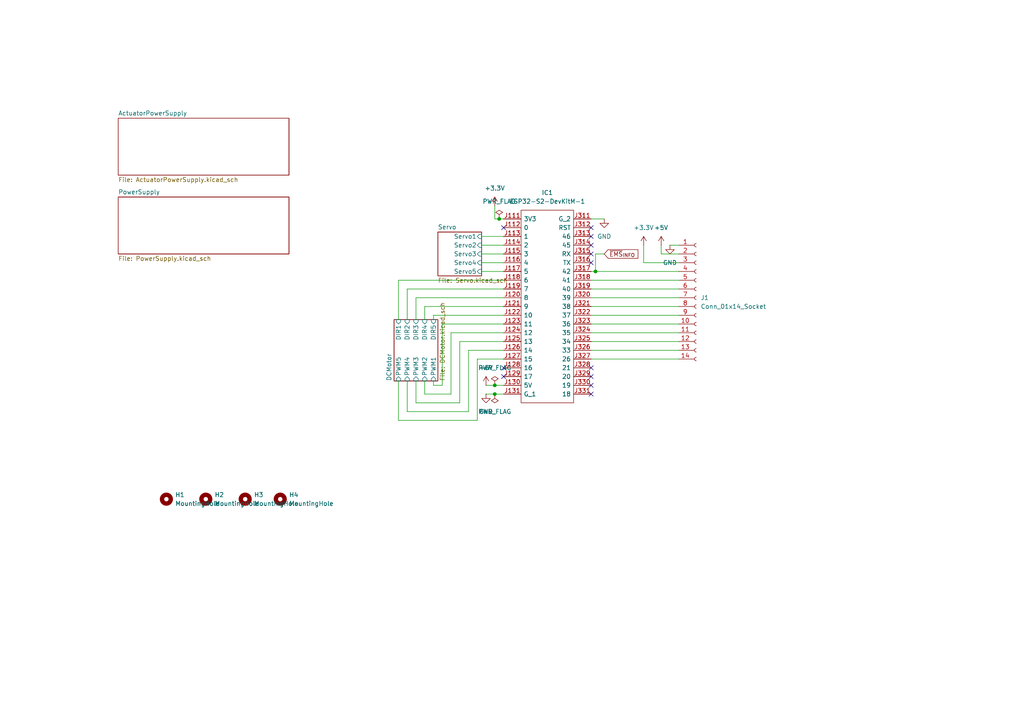
<source format=kicad_sch>
(kicad_sch
	(version 20231120)
	(generator "eeschema")
	(generator_version "8.0")
	(uuid "7933aef9-9608-4ce1-b0d8-a4ffd3b998e4")
	(paper "A4")
	(lib_symbols
		(symbol "Connector:Conn_01x14_Socket"
			(pin_names
				(offset 1.016) hide)
			(exclude_from_sim no)
			(in_bom yes)
			(on_board yes)
			(property "Reference" "J"
				(at 0 17.78 0)
				(effects
					(font
						(size 1.27 1.27)
					)
				)
			)
			(property "Value" "Conn_01x14_Socket"
				(at 0 -20.32 0)
				(effects
					(font
						(size 1.27 1.27)
					)
				)
			)
			(property "Footprint" ""
				(at 0 0 0)
				(effects
					(font
						(size 1.27 1.27)
					)
					(hide yes)
				)
			)
			(property "Datasheet" "~"
				(at 0 0 0)
				(effects
					(font
						(size 1.27 1.27)
					)
					(hide yes)
				)
			)
			(property "Description" "Generic connector, single row, 01x14, script generated"
				(at 0 0 0)
				(effects
					(font
						(size 1.27 1.27)
					)
					(hide yes)
				)
			)
			(property "ki_locked" ""
				(at 0 0 0)
				(effects
					(font
						(size 1.27 1.27)
					)
				)
			)
			(property "ki_keywords" "connector"
				(at 0 0 0)
				(effects
					(font
						(size 1.27 1.27)
					)
					(hide yes)
				)
			)
			(property "ki_fp_filters" "Connector*:*_1x??_*"
				(at 0 0 0)
				(effects
					(font
						(size 1.27 1.27)
					)
					(hide yes)
				)
			)
			(symbol "Conn_01x14_Socket_1_1"
				(arc
					(start 0 -17.272)
					(mid -0.5058 -17.78)
					(end 0 -18.288)
					(stroke
						(width 0.1524)
						(type default)
					)
					(fill
						(type none)
					)
				)
				(arc
					(start 0 -14.732)
					(mid -0.5058 -15.24)
					(end 0 -15.748)
					(stroke
						(width 0.1524)
						(type default)
					)
					(fill
						(type none)
					)
				)
				(arc
					(start 0 -12.192)
					(mid -0.5058 -12.7)
					(end 0 -13.208)
					(stroke
						(width 0.1524)
						(type default)
					)
					(fill
						(type none)
					)
				)
				(arc
					(start 0 -9.652)
					(mid -0.5058 -10.16)
					(end 0 -10.668)
					(stroke
						(width 0.1524)
						(type default)
					)
					(fill
						(type none)
					)
				)
				(arc
					(start 0 -7.112)
					(mid -0.5058 -7.62)
					(end 0 -8.128)
					(stroke
						(width 0.1524)
						(type default)
					)
					(fill
						(type none)
					)
				)
				(arc
					(start 0 -4.572)
					(mid -0.5058 -5.08)
					(end 0 -5.588)
					(stroke
						(width 0.1524)
						(type default)
					)
					(fill
						(type none)
					)
				)
				(arc
					(start 0 -2.032)
					(mid -0.5058 -2.54)
					(end 0 -3.048)
					(stroke
						(width 0.1524)
						(type default)
					)
					(fill
						(type none)
					)
				)
				(polyline
					(pts
						(xy -1.27 -17.78) (xy -0.508 -17.78)
					)
					(stroke
						(width 0.1524)
						(type default)
					)
					(fill
						(type none)
					)
				)
				(polyline
					(pts
						(xy -1.27 -15.24) (xy -0.508 -15.24)
					)
					(stroke
						(width 0.1524)
						(type default)
					)
					(fill
						(type none)
					)
				)
				(polyline
					(pts
						(xy -1.27 -12.7) (xy -0.508 -12.7)
					)
					(stroke
						(width 0.1524)
						(type default)
					)
					(fill
						(type none)
					)
				)
				(polyline
					(pts
						(xy -1.27 -10.16) (xy -0.508 -10.16)
					)
					(stroke
						(width 0.1524)
						(type default)
					)
					(fill
						(type none)
					)
				)
				(polyline
					(pts
						(xy -1.27 -7.62) (xy -0.508 -7.62)
					)
					(stroke
						(width 0.1524)
						(type default)
					)
					(fill
						(type none)
					)
				)
				(polyline
					(pts
						(xy -1.27 -5.08) (xy -0.508 -5.08)
					)
					(stroke
						(width 0.1524)
						(type default)
					)
					(fill
						(type none)
					)
				)
				(polyline
					(pts
						(xy -1.27 -2.54) (xy -0.508 -2.54)
					)
					(stroke
						(width 0.1524)
						(type default)
					)
					(fill
						(type none)
					)
				)
				(polyline
					(pts
						(xy -1.27 0) (xy -0.508 0)
					)
					(stroke
						(width 0.1524)
						(type default)
					)
					(fill
						(type none)
					)
				)
				(polyline
					(pts
						(xy -1.27 2.54) (xy -0.508 2.54)
					)
					(stroke
						(width 0.1524)
						(type default)
					)
					(fill
						(type none)
					)
				)
				(polyline
					(pts
						(xy -1.27 5.08) (xy -0.508 5.08)
					)
					(stroke
						(width 0.1524)
						(type default)
					)
					(fill
						(type none)
					)
				)
				(polyline
					(pts
						(xy -1.27 7.62) (xy -0.508 7.62)
					)
					(stroke
						(width 0.1524)
						(type default)
					)
					(fill
						(type none)
					)
				)
				(polyline
					(pts
						(xy -1.27 10.16) (xy -0.508 10.16)
					)
					(stroke
						(width 0.1524)
						(type default)
					)
					(fill
						(type none)
					)
				)
				(polyline
					(pts
						(xy -1.27 12.7) (xy -0.508 12.7)
					)
					(stroke
						(width 0.1524)
						(type default)
					)
					(fill
						(type none)
					)
				)
				(polyline
					(pts
						(xy -1.27 15.24) (xy -0.508 15.24)
					)
					(stroke
						(width 0.1524)
						(type default)
					)
					(fill
						(type none)
					)
				)
				(arc
					(start 0 0.508)
					(mid -0.5058 0)
					(end 0 -0.508)
					(stroke
						(width 0.1524)
						(type default)
					)
					(fill
						(type none)
					)
				)
				(arc
					(start 0 3.048)
					(mid -0.5058 2.54)
					(end 0 2.032)
					(stroke
						(width 0.1524)
						(type default)
					)
					(fill
						(type none)
					)
				)
				(arc
					(start 0 5.588)
					(mid -0.5058 5.08)
					(end 0 4.572)
					(stroke
						(width 0.1524)
						(type default)
					)
					(fill
						(type none)
					)
				)
				(arc
					(start 0 8.128)
					(mid -0.5058 7.62)
					(end 0 7.112)
					(stroke
						(width 0.1524)
						(type default)
					)
					(fill
						(type none)
					)
				)
				(arc
					(start 0 10.668)
					(mid -0.5058 10.16)
					(end 0 9.652)
					(stroke
						(width 0.1524)
						(type default)
					)
					(fill
						(type none)
					)
				)
				(arc
					(start 0 13.208)
					(mid -0.5058 12.7)
					(end 0 12.192)
					(stroke
						(width 0.1524)
						(type default)
					)
					(fill
						(type none)
					)
				)
				(arc
					(start 0 15.748)
					(mid -0.5058 15.24)
					(end 0 14.732)
					(stroke
						(width 0.1524)
						(type default)
					)
					(fill
						(type none)
					)
				)
				(pin passive line
					(at -5.08 15.24 0)
					(length 3.81)
					(name "Pin_1"
						(effects
							(font
								(size 1.27 1.27)
							)
						)
					)
					(number "1"
						(effects
							(font
								(size 1.27 1.27)
							)
						)
					)
				)
				(pin passive line
					(at -5.08 -7.62 0)
					(length 3.81)
					(name "Pin_10"
						(effects
							(font
								(size 1.27 1.27)
							)
						)
					)
					(number "10"
						(effects
							(font
								(size 1.27 1.27)
							)
						)
					)
				)
				(pin passive line
					(at -5.08 -10.16 0)
					(length 3.81)
					(name "Pin_11"
						(effects
							(font
								(size 1.27 1.27)
							)
						)
					)
					(number "11"
						(effects
							(font
								(size 1.27 1.27)
							)
						)
					)
				)
				(pin passive line
					(at -5.08 -12.7 0)
					(length 3.81)
					(name "Pin_12"
						(effects
							(font
								(size 1.27 1.27)
							)
						)
					)
					(number "12"
						(effects
							(font
								(size 1.27 1.27)
							)
						)
					)
				)
				(pin passive line
					(at -5.08 -15.24 0)
					(length 3.81)
					(name "Pin_13"
						(effects
							(font
								(size 1.27 1.27)
							)
						)
					)
					(number "13"
						(effects
							(font
								(size 1.27 1.27)
							)
						)
					)
				)
				(pin passive line
					(at -5.08 -17.78 0)
					(length 3.81)
					(name "Pin_14"
						(effects
							(font
								(size 1.27 1.27)
							)
						)
					)
					(number "14"
						(effects
							(font
								(size 1.27 1.27)
							)
						)
					)
				)
				(pin passive line
					(at -5.08 12.7 0)
					(length 3.81)
					(name "Pin_2"
						(effects
							(font
								(size 1.27 1.27)
							)
						)
					)
					(number "2"
						(effects
							(font
								(size 1.27 1.27)
							)
						)
					)
				)
				(pin passive line
					(at -5.08 10.16 0)
					(length 3.81)
					(name "Pin_3"
						(effects
							(font
								(size 1.27 1.27)
							)
						)
					)
					(number "3"
						(effects
							(font
								(size 1.27 1.27)
							)
						)
					)
				)
				(pin passive line
					(at -5.08 7.62 0)
					(length 3.81)
					(name "Pin_4"
						(effects
							(font
								(size 1.27 1.27)
							)
						)
					)
					(number "4"
						(effects
							(font
								(size 1.27 1.27)
							)
						)
					)
				)
				(pin passive line
					(at -5.08 5.08 0)
					(length 3.81)
					(name "Pin_5"
						(effects
							(font
								(size 1.27 1.27)
							)
						)
					)
					(number "5"
						(effects
							(font
								(size 1.27 1.27)
							)
						)
					)
				)
				(pin passive line
					(at -5.08 2.54 0)
					(length 3.81)
					(name "Pin_6"
						(effects
							(font
								(size 1.27 1.27)
							)
						)
					)
					(number "6"
						(effects
							(font
								(size 1.27 1.27)
							)
						)
					)
				)
				(pin passive line
					(at -5.08 0 0)
					(length 3.81)
					(name "Pin_7"
						(effects
							(font
								(size 1.27 1.27)
							)
						)
					)
					(number "7"
						(effects
							(font
								(size 1.27 1.27)
							)
						)
					)
				)
				(pin passive line
					(at -5.08 -2.54 0)
					(length 3.81)
					(name "Pin_8"
						(effects
							(font
								(size 1.27 1.27)
							)
						)
					)
					(number "8"
						(effects
							(font
								(size 1.27 1.27)
							)
						)
					)
				)
				(pin passive line
					(at -5.08 -5.08 0)
					(length 3.81)
					(name "Pin_9"
						(effects
							(font
								(size 1.27 1.27)
							)
						)
					)
					(number "9"
						(effects
							(font
								(size 1.27 1.27)
							)
						)
					)
				)
			)
		)
		(symbol "Mechanical:MountingHole"
			(pin_names
				(offset 1.016)
			)
			(exclude_from_sim yes)
			(in_bom no)
			(on_board yes)
			(property "Reference" "H"
				(at 0 5.08 0)
				(effects
					(font
						(size 1.27 1.27)
					)
				)
			)
			(property "Value" "MountingHole"
				(at 0 3.175 0)
				(effects
					(font
						(size 1.27 1.27)
					)
				)
			)
			(property "Footprint" ""
				(at 0 0 0)
				(effects
					(font
						(size 1.27 1.27)
					)
					(hide yes)
				)
			)
			(property "Datasheet" "~"
				(at 0 0 0)
				(effects
					(font
						(size 1.27 1.27)
					)
					(hide yes)
				)
			)
			(property "Description" "Mounting Hole without connection"
				(at 0 0 0)
				(effects
					(font
						(size 1.27 1.27)
					)
					(hide yes)
				)
			)
			(property "ki_keywords" "mounting hole"
				(at 0 0 0)
				(effects
					(font
						(size 1.27 1.27)
					)
					(hide yes)
				)
			)
			(property "ki_fp_filters" "MountingHole*"
				(at 0 0 0)
				(effects
					(font
						(size 1.27 1.27)
					)
					(hide yes)
				)
			)
			(symbol "MountingHole_0_1"
				(circle
					(center 0 0)
					(radius 1.27)
					(stroke
						(width 1.27)
						(type default)
					)
					(fill
						(type none)
					)
				)
			)
		)
		(symbol "SamacSys_Parts:ESP32-S2-DevKitM-1"
			(pin_names
				(offset 0.762)
			)
			(exclude_from_sim no)
			(in_bom yes)
			(on_board yes)
			(property "Reference" "IC"
				(at 21.59 7.62 0)
				(effects
					(font
						(size 1.27 1.27)
					)
					(justify left)
				)
			)
			(property "Value" "ESP32-S2-DevKitM-1"
				(at 21.59 5.08 0)
				(effects
					(font
						(size 1.27 1.27)
					)
					(justify left)
				)
			)
			(property "Footprint" "ESP32S2DevKitM1"
				(at 21.59 2.54 0)
				(effects
					(font
						(size 1.27 1.27)
					)
					(justify left)
					(hide yes)
				)
			)
			(property "Datasheet" "https://docs.espressif.com/projects/esp-idf/en/latest/esp32s2/hw-reference/esp32s2/user-guide-devkitm-1-v1.html"
				(at 21.59 0 0)
				(effects
					(font
						(size 1.27 1.27)
					)
					(justify left)
					(hide yes)
				)
			)
			(property "Description" "WiFi Development Tools - 802.11 ESP32-S2 general-purpose development board, embeds ESP32-S2-MINI-1, 4 MB flash, with pin header"
				(at 0 0 0)
				(effects
					(font
						(size 1.27 1.27)
					)
					(hide yes)
				)
			)
			(property "Description_1" "WiFi Development Tools - 802.11 ESP32-S2 general-purpose development board, embeds ESP32-S2-MINI-1, 4 MB flash, with pin header"
				(at 21.59 -2.54 0)
				(effects
					(font
						(size 1.27 1.27)
					)
					(justify left)
					(hide yes)
				)
			)
			(property "Height" "5"
				(at 21.59 -5.08 0)
				(effects
					(font
						(size 1.27 1.27)
					)
					(justify left)
					(hide yes)
				)
			)
			(property "Manufacturer_Name" "Espressif Systems"
				(at 21.59 -7.62 0)
				(effects
					(font
						(size 1.27 1.27)
					)
					(justify left)
					(hide yes)
				)
			)
			(property "Manufacturer_Part_Number" "ESP32-S2-DevKitM-1"
				(at 21.59 -10.16 0)
				(effects
					(font
						(size 1.27 1.27)
					)
					(justify left)
					(hide yes)
				)
			)
			(property "Mouser Part Number" "356-ESP32-S2DEVKITM1"
				(at 21.59 -12.7 0)
				(effects
					(font
						(size 1.27 1.27)
					)
					(justify left)
					(hide yes)
				)
			)
			(property "Mouser Price/Stock" "https://www.mouser.co.uk/ProductDetail/Espressif-Systems/ESP32-S2-DevKitM-1?qs=DPoM0jnrROXzO8seOHN%252BOQ%3D%3D"
				(at 21.59 -15.24 0)
				(effects
					(font
						(size 1.27 1.27)
					)
					(justify left)
					(hide yes)
				)
			)
			(property "Arrow Part Number" ""
				(at 21.59 -17.78 0)
				(effects
					(font
						(size 1.27 1.27)
					)
					(justify left)
					(hide yes)
				)
			)
			(property "Arrow Price/Stock" ""
				(at 21.59 -20.32 0)
				(effects
					(font
						(size 1.27 1.27)
					)
					(justify left)
					(hide yes)
				)
			)
			(symbol "ESP32-S2-DevKitM-1_0_0"
				(pin passive line
					(at 0 0 0)
					(length 5.08)
					(name "3V3"
						(effects
							(font
								(size 1.27 1.27)
							)
						)
					)
					(number "J111"
						(effects
							(font
								(size 1.27 1.27)
							)
						)
					)
				)
				(pin passive line
					(at 0 -2.54 0)
					(length 5.08)
					(name "0"
						(effects
							(font
								(size 1.27 1.27)
							)
						)
					)
					(number "J112"
						(effects
							(font
								(size 1.27 1.27)
							)
						)
					)
				)
				(pin passive line
					(at 0 -5.08 0)
					(length 5.08)
					(name "1"
						(effects
							(font
								(size 1.27 1.27)
							)
						)
					)
					(number "J113"
						(effects
							(font
								(size 1.27 1.27)
							)
						)
					)
				)
				(pin passive line
					(at 0 -7.62 0)
					(length 5.08)
					(name "2"
						(effects
							(font
								(size 1.27 1.27)
							)
						)
					)
					(number "J114"
						(effects
							(font
								(size 1.27 1.27)
							)
						)
					)
				)
				(pin passive line
					(at 0 -10.16 0)
					(length 5.08)
					(name "3"
						(effects
							(font
								(size 1.27 1.27)
							)
						)
					)
					(number "J115"
						(effects
							(font
								(size 1.27 1.27)
							)
						)
					)
				)
				(pin passive line
					(at 0 -12.7 0)
					(length 5.08)
					(name "4"
						(effects
							(font
								(size 1.27 1.27)
							)
						)
					)
					(number "J116"
						(effects
							(font
								(size 1.27 1.27)
							)
						)
					)
				)
				(pin passive line
					(at 0 -15.24 0)
					(length 5.08)
					(name "5"
						(effects
							(font
								(size 1.27 1.27)
							)
						)
					)
					(number "J117"
						(effects
							(font
								(size 1.27 1.27)
							)
						)
					)
				)
				(pin passive line
					(at 0 -17.78 0)
					(length 5.08)
					(name "6"
						(effects
							(font
								(size 1.27 1.27)
							)
						)
					)
					(number "J118"
						(effects
							(font
								(size 1.27 1.27)
							)
						)
					)
				)
				(pin passive line
					(at 0 -20.32 0)
					(length 5.08)
					(name "7"
						(effects
							(font
								(size 1.27 1.27)
							)
						)
					)
					(number "J119"
						(effects
							(font
								(size 1.27 1.27)
							)
						)
					)
				)
				(pin passive line
					(at 0 -22.86 0)
					(length 5.08)
					(name "8"
						(effects
							(font
								(size 1.27 1.27)
							)
						)
					)
					(number "J120"
						(effects
							(font
								(size 1.27 1.27)
							)
						)
					)
				)
				(pin passive line
					(at 0 -25.4 0)
					(length 5.08)
					(name "9"
						(effects
							(font
								(size 1.27 1.27)
							)
						)
					)
					(number "J121"
						(effects
							(font
								(size 1.27 1.27)
							)
						)
					)
				)
				(pin passive line
					(at 0 -27.94 0)
					(length 5.08)
					(name "10"
						(effects
							(font
								(size 1.27 1.27)
							)
						)
					)
					(number "J122"
						(effects
							(font
								(size 1.27 1.27)
							)
						)
					)
				)
				(pin passive line
					(at 0 -30.48 0)
					(length 5.08)
					(name "11"
						(effects
							(font
								(size 1.27 1.27)
							)
						)
					)
					(number "J123"
						(effects
							(font
								(size 1.27 1.27)
							)
						)
					)
				)
				(pin passive line
					(at 0 -33.02 0)
					(length 5.08)
					(name "12"
						(effects
							(font
								(size 1.27 1.27)
							)
						)
					)
					(number "J124"
						(effects
							(font
								(size 1.27 1.27)
							)
						)
					)
				)
				(pin passive line
					(at 0 -35.56 0)
					(length 5.08)
					(name "13"
						(effects
							(font
								(size 1.27 1.27)
							)
						)
					)
					(number "J125"
						(effects
							(font
								(size 1.27 1.27)
							)
						)
					)
				)
				(pin passive line
					(at 0 -38.1 0)
					(length 5.08)
					(name "14"
						(effects
							(font
								(size 1.27 1.27)
							)
						)
					)
					(number "J126"
						(effects
							(font
								(size 1.27 1.27)
							)
						)
					)
				)
				(pin passive line
					(at 0 -40.64 0)
					(length 5.08)
					(name "15"
						(effects
							(font
								(size 1.27 1.27)
							)
						)
					)
					(number "J127"
						(effects
							(font
								(size 1.27 1.27)
							)
						)
					)
				)
				(pin passive line
					(at 0 -43.18 0)
					(length 5.08)
					(name "16"
						(effects
							(font
								(size 1.27 1.27)
							)
						)
					)
					(number "J128"
						(effects
							(font
								(size 1.27 1.27)
							)
						)
					)
				)
				(pin passive line
					(at 0 -45.72 0)
					(length 5.08)
					(name "17"
						(effects
							(font
								(size 1.27 1.27)
							)
						)
					)
					(number "J129"
						(effects
							(font
								(size 1.27 1.27)
							)
						)
					)
				)
				(pin passive line
					(at 0 -48.26 0)
					(length 5.08)
					(name "5V"
						(effects
							(font
								(size 1.27 1.27)
							)
						)
					)
					(number "J130"
						(effects
							(font
								(size 1.27 1.27)
							)
						)
					)
				)
				(pin passive line
					(at 0 -50.8 0)
					(length 5.08)
					(name "G_1"
						(effects
							(font
								(size 1.27 1.27)
							)
						)
					)
					(number "J131"
						(effects
							(font
								(size 1.27 1.27)
							)
						)
					)
				)
				(pin passive line
					(at 25.4 0 180)
					(length 5.08)
					(name "G_2"
						(effects
							(font
								(size 1.27 1.27)
							)
						)
					)
					(number "J311"
						(effects
							(font
								(size 1.27 1.27)
							)
						)
					)
				)
				(pin passive line
					(at 25.4 -2.54 180)
					(length 5.08)
					(name "RST"
						(effects
							(font
								(size 1.27 1.27)
							)
						)
					)
					(number "J312"
						(effects
							(font
								(size 1.27 1.27)
							)
						)
					)
				)
				(pin passive line
					(at 25.4 -5.08 180)
					(length 5.08)
					(name "46"
						(effects
							(font
								(size 1.27 1.27)
							)
						)
					)
					(number "J313"
						(effects
							(font
								(size 1.27 1.27)
							)
						)
					)
				)
				(pin passive line
					(at 25.4 -7.62 180)
					(length 5.08)
					(name "45"
						(effects
							(font
								(size 1.27 1.27)
							)
						)
					)
					(number "J314"
						(effects
							(font
								(size 1.27 1.27)
							)
						)
					)
				)
				(pin passive line
					(at 25.4 -10.16 180)
					(length 5.08)
					(name "RX"
						(effects
							(font
								(size 1.27 1.27)
							)
						)
					)
					(number "J315"
						(effects
							(font
								(size 1.27 1.27)
							)
						)
					)
				)
				(pin passive line
					(at 25.4 -12.7 180)
					(length 5.08)
					(name "TX"
						(effects
							(font
								(size 1.27 1.27)
							)
						)
					)
					(number "J316"
						(effects
							(font
								(size 1.27 1.27)
							)
						)
					)
				)
				(pin passive line
					(at 25.4 -15.24 180)
					(length 5.08)
					(name "42"
						(effects
							(font
								(size 1.27 1.27)
							)
						)
					)
					(number "J317"
						(effects
							(font
								(size 1.27 1.27)
							)
						)
					)
				)
				(pin passive line
					(at 25.4 -17.78 180)
					(length 5.08)
					(name "41"
						(effects
							(font
								(size 1.27 1.27)
							)
						)
					)
					(number "J318"
						(effects
							(font
								(size 1.27 1.27)
							)
						)
					)
				)
				(pin passive line
					(at 25.4 -20.32 180)
					(length 5.08)
					(name "40"
						(effects
							(font
								(size 1.27 1.27)
							)
						)
					)
					(number "J319"
						(effects
							(font
								(size 1.27 1.27)
							)
						)
					)
				)
				(pin passive line
					(at 25.4 -22.86 180)
					(length 5.08)
					(name "39"
						(effects
							(font
								(size 1.27 1.27)
							)
						)
					)
					(number "J320"
						(effects
							(font
								(size 1.27 1.27)
							)
						)
					)
				)
				(pin passive line
					(at 25.4 -25.4 180)
					(length 5.08)
					(name "38"
						(effects
							(font
								(size 1.27 1.27)
							)
						)
					)
					(number "J321"
						(effects
							(font
								(size 1.27 1.27)
							)
						)
					)
				)
				(pin passive line
					(at 25.4 -27.94 180)
					(length 5.08)
					(name "37"
						(effects
							(font
								(size 1.27 1.27)
							)
						)
					)
					(number "J322"
						(effects
							(font
								(size 1.27 1.27)
							)
						)
					)
				)
				(pin passive line
					(at 25.4 -30.48 180)
					(length 5.08)
					(name "36"
						(effects
							(font
								(size 1.27 1.27)
							)
						)
					)
					(number "J323"
						(effects
							(font
								(size 1.27 1.27)
							)
						)
					)
				)
				(pin passive line
					(at 25.4 -33.02 180)
					(length 5.08)
					(name "35"
						(effects
							(font
								(size 1.27 1.27)
							)
						)
					)
					(number "J324"
						(effects
							(font
								(size 1.27 1.27)
							)
						)
					)
				)
				(pin passive line
					(at 25.4 -35.56 180)
					(length 5.08)
					(name "34"
						(effects
							(font
								(size 1.27 1.27)
							)
						)
					)
					(number "J325"
						(effects
							(font
								(size 1.27 1.27)
							)
						)
					)
				)
				(pin passive line
					(at 25.4 -38.1 180)
					(length 5.08)
					(name "33"
						(effects
							(font
								(size 1.27 1.27)
							)
						)
					)
					(number "J326"
						(effects
							(font
								(size 1.27 1.27)
							)
						)
					)
				)
				(pin passive line
					(at 25.4 -40.64 180)
					(length 5.08)
					(name "26"
						(effects
							(font
								(size 1.27 1.27)
							)
						)
					)
					(number "J327"
						(effects
							(font
								(size 1.27 1.27)
							)
						)
					)
				)
				(pin passive line
					(at 25.4 -43.18 180)
					(length 5.08)
					(name "21"
						(effects
							(font
								(size 1.27 1.27)
							)
						)
					)
					(number "J328"
						(effects
							(font
								(size 1.27 1.27)
							)
						)
					)
				)
				(pin passive line
					(at 25.4 -45.72 180)
					(length 5.08)
					(name "20"
						(effects
							(font
								(size 1.27 1.27)
							)
						)
					)
					(number "J329"
						(effects
							(font
								(size 1.27 1.27)
							)
						)
					)
				)
				(pin passive line
					(at 25.4 -48.26 180)
					(length 5.08)
					(name "19"
						(effects
							(font
								(size 1.27 1.27)
							)
						)
					)
					(number "J330"
						(effects
							(font
								(size 1.27 1.27)
							)
						)
					)
				)
				(pin passive line
					(at 25.4 -50.8 180)
					(length 5.08)
					(name "18"
						(effects
							(font
								(size 1.27 1.27)
							)
						)
					)
					(number "J331"
						(effects
							(font
								(size 1.27 1.27)
							)
						)
					)
				)
			)
			(symbol "ESP32-S2-DevKitM-1_0_1"
				(polyline
					(pts
						(xy 5.08 2.54) (xy 20.32 2.54) (xy 20.32 -53.34) (xy 5.08 -53.34) (xy 5.08 2.54)
					)
					(stroke
						(width 0.1524)
						(type solid)
					)
					(fill
						(type none)
					)
				)
			)
		)
		(symbol "power:+3.3V"
			(power)
			(pin_numbers hide)
			(pin_names
				(offset 0) hide)
			(exclude_from_sim no)
			(in_bom yes)
			(on_board yes)
			(property "Reference" "#PWR"
				(at 0 -3.81 0)
				(effects
					(font
						(size 1.27 1.27)
					)
					(hide yes)
				)
			)
			(property "Value" "+3.3V"
				(at 0 3.556 0)
				(effects
					(font
						(size 1.27 1.27)
					)
				)
			)
			(property "Footprint" ""
				(at 0 0 0)
				(effects
					(font
						(size 1.27 1.27)
					)
					(hide yes)
				)
			)
			(property "Datasheet" ""
				(at 0 0 0)
				(effects
					(font
						(size 1.27 1.27)
					)
					(hide yes)
				)
			)
			(property "Description" "Power symbol creates a global label with name \"+3.3V\""
				(at 0 0 0)
				(effects
					(font
						(size 1.27 1.27)
					)
					(hide yes)
				)
			)
			(property "ki_keywords" "global power"
				(at 0 0 0)
				(effects
					(font
						(size 1.27 1.27)
					)
					(hide yes)
				)
			)
			(symbol "+3.3V_0_1"
				(polyline
					(pts
						(xy -0.762 1.27) (xy 0 2.54)
					)
					(stroke
						(width 0)
						(type default)
					)
					(fill
						(type none)
					)
				)
				(polyline
					(pts
						(xy 0 0) (xy 0 2.54)
					)
					(stroke
						(width 0)
						(type default)
					)
					(fill
						(type none)
					)
				)
				(polyline
					(pts
						(xy 0 2.54) (xy 0.762 1.27)
					)
					(stroke
						(width 0)
						(type default)
					)
					(fill
						(type none)
					)
				)
			)
			(symbol "+3.3V_1_1"
				(pin power_in line
					(at 0 0 90)
					(length 0)
					(name "~"
						(effects
							(font
								(size 1.27 1.27)
							)
						)
					)
					(number "1"
						(effects
							(font
								(size 1.27 1.27)
							)
						)
					)
				)
			)
		)
		(symbol "power:+5V"
			(power)
			(pin_numbers hide)
			(pin_names
				(offset 0) hide)
			(exclude_from_sim no)
			(in_bom yes)
			(on_board yes)
			(property "Reference" "#PWR"
				(at 0 -3.81 0)
				(effects
					(font
						(size 1.27 1.27)
					)
					(hide yes)
				)
			)
			(property "Value" "+5V"
				(at 0 3.556 0)
				(effects
					(font
						(size 1.27 1.27)
					)
				)
			)
			(property "Footprint" ""
				(at 0 0 0)
				(effects
					(font
						(size 1.27 1.27)
					)
					(hide yes)
				)
			)
			(property "Datasheet" ""
				(at 0 0 0)
				(effects
					(font
						(size 1.27 1.27)
					)
					(hide yes)
				)
			)
			(property "Description" "Power symbol creates a global label with name \"+5V\""
				(at 0 0 0)
				(effects
					(font
						(size 1.27 1.27)
					)
					(hide yes)
				)
			)
			(property "ki_keywords" "global power"
				(at 0 0 0)
				(effects
					(font
						(size 1.27 1.27)
					)
					(hide yes)
				)
			)
			(symbol "+5V_0_1"
				(polyline
					(pts
						(xy -0.762 1.27) (xy 0 2.54)
					)
					(stroke
						(width 0)
						(type default)
					)
					(fill
						(type none)
					)
				)
				(polyline
					(pts
						(xy 0 0) (xy 0 2.54)
					)
					(stroke
						(width 0)
						(type default)
					)
					(fill
						(type none)
					)
				)
				(polyline
					(pts
						(xy 0 2.54) (xy 0.762 1.27)
					)
					(stroke
						(width 0)
						(type default)
					)
					(fill
						(type none)
					)
				)
			)
			(symbol "+5V_1_1"
				(pin power_in line
					(at 0 0 90)
					(length 0)
					(name "~"
						(effects
							(font
								(size 1.27 1.27)
							)
						)
					)
					(number "1"
						(effects
							(font
								(size 1.27 1.27)
							)
						)
					)
				)
			)
		)
		(symbol "power:GND"
			(power)
			(pin_numbers hide)
			(pin_names
				(offset 0) hide)
			(exclude_from_sim no)
			(in_bom yes)
			(on_board yes)
			(property "Reference" "#PWR"
				(at 0 -6.35 0)
				(effects
					(font
						(size 1.27 1.27)
					)
					(hide yes)
				)
			)
			(property "Value" "GND"
				(at 0 -3.81 0)
				(effects
					(font
						(size 1.27 1.27)
					)
				)
			)
			(property "Footprint" ""
				(at 0 0 0)
				(effects
					(font
						(size 1.27 1.27)
					)
					(hide yes)
				)
			)
			(property "Datasheet" ""
				(at 0 0 0)
				(effects
					(font
						(size 1.27 1.27)
					)
					(hide yes)
				)
			)
			(property "Description" "Power symbol creates a global label with name \"GND\" , ground"
				(at 0 0 0)
				(effects
					(font
						(size 1.27 1.27)
					)
					(hide yes)
				)
			)
			(property "ki_keywords" "global power"
				(at 0 0 0)
				(effects
					(font
						(size 1.27 1.27)
					)
					(hide yes)
				)
			)
			(symbol "GND_0_1"
				(polyline
					(pts
						(xy 0 0) (xy 0 -1.27) (xy 1.27 -1.27) (xy 0 -2.54) (xy -1.27 -1.27) (xy 0 -1.27)
					)
					(stroke
						(width 0)
						(type default)
					)
					(fill
						(type none)
					)
				)
			)
			(symbol "GND_1_1"
				(pin power_in line
					(at 0 0 270)
					(length 0)
					(name "~"
						(effects
							(font
								(size 1.27 1.27)
							)
						)
					)
					(number "1"
						(effects
							(font
								(size 1.27 1.27)
							)
						)
					)
				)
			)
		)
		(symbol "power:PWR_FLAG"
			(power)
			(pin_numbers hide)
			(pin_names
				(offset 0) hide)
			(exclude_from_sim no)
			(in_bom yes)
			(on_board yes)
			(property "Reference" "#FLG"
				(at 0 1.905 0)
				(effects
					(font
						(size 1.27 1.27)
					)
					(hide yes)
				)
			)
			(property "Value" "PWR_FLAG"
				(at 0 3.81 0)
				(effects
					(font
						(size 1.27 1.27)
					)
				)
			)
			(property "Footprint" ""
				(at 0 0 0)
				(effects
					(font
						(size 1.27 1.27)
					)
					(hide yes)
				)
			)
			(property "Datasheet" "~"
				(at 0 0 0)
				(effects
					(font
						(size 1.27 1.27)
					)
					(hide yes)
				)
			)
			(property "Description" "Special symbol for telling ERC where power comes from"
				(at 0 0 0)
				(effects
					(font
						(size 1.27 1.27)
					)
					(hide yes)
				)
			)
			(property "ki_keywords" "flag power"
				(at 0 0 0)
				(effects
					(font
						(size 1.27 1.27)
					)
					(hide yes)
				)
			)
			(symbol "PWR_FLAG_0_0"
				(pin power_out line
					(at 0 0 90)
					(length 0)
					(name "~"
						(effects
							(font
								(size 1.27 1.27)
							)
						)
					)
					(number "1"
						(effects
							(font
								(size 1.27 1.27)
							)
						)
					)
				)
			)
			(symbol "PWR_FLAG_0_1"
				(polyline
					(pts
						(xy 0 0) (xy 0 1.27) (xy -1.016 1.905) (xy 0 2.54) (xy 1.016 1.905) (xy 0 1.27)
					)
					(stroke
						(width 0)
						(type default)
					)
					(fill
						(type none)
					)
				)
			)
		)
	)
	(junction
		(at 144.78 63.5)
		(diameter 0)
		(color 0 0 0 0)
		(uuid "54ba0f68-596a-4089-8baa-a4db7cd354dd")
	)
	(junction
		(at 172.72 78.74)
		(diameter 0)
		(color 0 0 0 0)
		(uuid "62fcc5e9-a926-42c7-a17c-17b4af9ddd02")
	)
	(junction
		(at 143.51 114.3)
		(diameter 0)
		(color 0 0 0 0)
		(uuid "9c7df5fc-1095-4d04-9351-647ff5522992")
	)
	(junction
		(at 143.51 111.76)
		(diameter 0)
		(color 0 0 0 0)
		(uuid "b7acd2c2-4f43-40ba-b9c4-5a0c16d712e6")
	)
	(no_connect
		(at 171.45 114.3)
		(uuid "105fde3b-7f78-4038-9be2-c5e5940d48d1")
	)
	(no_connect
		(at 171.45 76.2)
		(uuid "2b106c39-1c36-41bf-878c-20226a500c4d")
	)
	(no_connect
		(at 146.05 109.22)
		(uuid "3c96b43f-afd3-4d22-a351-bf3186280982")
	)
	(no_connect
		(at 171.45 68.58)
		(uuid "60b66cca-f888-480e-9f1d-1b5070cd4c1d")
	)
	(no_connect
		(at 171.45 71.12)
		(uuid "699e921e-fc99-425a-8dbb-3a10b40c54a9")
	)
	(no_connect
		(at 171.45 66.04)
		(uuid "69f50519-d8c6-466d-bb3e-fd0f283c1876")
	)
	(no_connect
		(at 171.45 109.22)
		(uuid "6da4ad95-c331-4d65-9b82-c60e1bf1f38f")
	)
	(no_connect
		(at 171.45 73.66)
		(uuid "7747aeb9-6d24-4094-9a27-0964bae7c12f")
	)
	(no_connect
		(at 171.45 111.76)
		(uuid "79e7b34b-4245-4855-898d-9b2807658e2e")
	)
	(no_connect
		(at 146.05 106.68)
		(uuid "7ef75962-c793-4e26-8a84-7341a5a80481")
	)
	(no_connect
		(at 171.45 106.68)
		(uuid "9dccf121-9924-4e7c-a21b-8460f4ccf441")
	)
	(no_connect
		(at 146.05 66.04)
		(uuid "b9f37327-7125-43a6-a836-9875645b1abf")
	)
	(wire
		(pts
			(xy 115.57 92.71) (xy 115.57 81.28)
		)
		(stroke
			(width 0)
			(type default)
		)
		(uuid "023d0d02-27d0-4d9b-b4ad-7a603cda2170")
	)
	(wire
		(pts
			(xy 133.35 116.84) (xy 133.35 99.06)
		)
		(stroke
			(width 0)
			(type default)
		)
		(uuid "07472e46-4dd4-4102-ae7a-9d874465b4d6")
	)
	(wire
		(pts
			(xy 171.45 91.44) (xy 196.85 91.44)
		)
		(stroke
			(width 0)
			(type default)
		)
		(uuid "0a7e801c-d9ec-41b9-8223-657bb20d0165")
	)
	(wire
		(pts
			(xy 171.45 83.82) (xy 196.85 83.82)
		)
		(stroke
			(width 0)
			(type default)
		)
		(uuid "0b624cc6-28f2-4699-a5a6-484e77b9a04a")
	)
	(wire
		(pts
			(xy 171.45 86.36) (xy 196.85 86.36)
		)
		(stroke
			(width 0)
			(type default)
		)
		(uuid "0bfd86a0-e76b-48f3-a8bf-7e6475a90d50")
	)
	(wire
		(pts
			(xy 143.51 114.3) (xy 146.05 114.3)
		)
		(stroke
			(width 0)
			(type default)
		)
		(uuid "0d481b84-9c04-4643-a873-22fc1d5e0258")
	)
	(wire
		(pts
			(xy 186.69 71.12) (xy 186.69 76.2)
		)
		(stroke
			(width 0)
			(type default)
		)
		(uuid "0eb88c22-e9f8-454d-93a0-6ecbd4c12ecd")
	)
	(wire
		(pts
			(xy 123.19 92.71) (xy 123.19 88.9)
		)
		(stroke
			(width 0)
			(type default)
		)
		(uuid "1135a160-fe33-4385-a9a2-1d67a17fb92b")
	)
	(wire
		(pts
			(xy 144.78 63.5) (xy 146.05 63.5)
		)
		(stroke
			(width 0)
			(type default)
		)
		(uuid "121d4386-8cb6-42f6-95fb-824cb6a19080")
	)
	(wire
		(pts
			(xy 171.45 104.14) (xy 196.85 104.14)
		)
		(stroke
			(width 0)
			(type default)
		)
		(uuid "12ec39f9-abe6-4494-b2fb-f8b6de4948db")
	)
	(wire
		(pts
			(xy 135.89 119.38) (xy 135.89 101.6)
		)
		(stroke
			(width 0)
			(type default)
		)
		(uuid "1415d094-0042-4c2a-98d9-1d23c4cf9b36")
	)
	(wire
		(pts
			(xy 171.45 101.6) (xy 196.85 101.6)
		)
		(stroke
			(width 0)
			(type default)
		)
		(uuid "181ab1df-5564-43aa-9303-07dfba340326")
	)
	(wire
		(pts
			(xy 139.7 76.2) (xy 146.05 76.2)
		)
		(stroke
			(width 0)
			(type default)
		)
		(uuid "21eb1b02-1c26-427e-beb2-c320a1d40711")
	)
	(wire
		(pts
			(xy 172.72 78.74) (xy 196.85 78.74)
		)
		(stroke
			(width 0)
			(type default)
		)
		(uuid "23bd7fdd-0776-4a1a-b179-5dcc07d76baf")
	)
	(wire
		(pts
			(xy 125.73 110.49) (xy 125.73 111.76)
		)
		(stroke
			(width 0)
			(type default)
		)
		(uuid "2ea814d4-1bbc-4583-b109-b86505abbd8c")
	)
	(wire
		(pts
			(xy 171.45 96.52) (xy 196.85 96.52)
		)
		(stroke
			(width 0)
			(type default)
		)
		(uuid "32de9dc6-8941-4a56-bce1-6757454621e5")
	)
	(wire
		(pts
			(xy 143.51 63.5) (xy 144.78 63.5)
		)
		(stroke
			(width 0)
			(type default)
		)
		(uuid "3bef80e5-faa4-46a6-8f21-d200276bf689")
	)
	(wire
		(pts
			(xy 171.45 81.28) (xy 196.85 81.28)
		)
		(stroke
			(width 0)
			(type default)
		)
		(uuid "3cd0b720-1cd9-4ef6-9492-aba6d613c727")
	)
	(wire
		(pts
			(xy 118.11 110.49) (xy 118.11 119.38)
		)
		(stroke
			(width 0)
			(type default)
		)
		(uuid "3d1f5246-27f7-47bb-b1f2-ed7454ae1257")
	)
	(wire
		(pts
			(xy 125.73 111.76) (xy 128.27 111.76)
		)
		(stroke
			(width 0)
			(type default)
		)
		(uuid "4054cea6-5e42-4a59-b908-4fd6f54dd3d6")
	)
	(wire
		(pts
			(xy 194.31 71.12) (xy 196.85 71.12)
		)
		(stroke
			(width 0)
			(type default)
		)
		(uuid "4c471050-ac40-42fd-8a11-363f1cea9b33")
	)
	(wire
		(pts
			(xy 123.19 110.49) (xy 123.19 114.3)
		)
		(stroke
			(width 0)
			(type default)
		)
		(uuid "5504b04f-af69-4cfb-aa61-a702ef035cd8")
	)
	(wire
		(pts
			(xy 140.97 111.76) (xy 143.51 111.76)
		)
		(stroke
			(width 0)
			(type default)
		)
		(uuid "58996940-f9aa-4288-a560-bc319036973a")
	)
	(wire
		(pts
			(xy 143.51 59.69) (xy 143.51 63.5)
		)
		(stroke
			(width 0)
			(type default)
		)
		(uuid "5906d340-5d27-40c7-b040-c4877c4fcddf")
	)
	(wire
		(pts
			(xy 133.35 99.06) (xy 146.05 99.06)
		)
		(stroke
			(width 0)
			(type default)
		)
		(uuid "62f8fcb7-c937-44c5-b46f-6306b3e5405e")
	)
	(wire
		(pts
			(xy 138.43 121.92) (xy 138.43 104.14)
		)
		(stroke
			(width 0)
			(type default)
		)
		(uuid "65155fd1-9dc9-4b4f-b80f-9d81e21d9ecf")
	)
	(wire
		(pts
			(xy 120.65 110.49) (xy 120.65 116.84)
		)
		(stroke
			(width 0)
			(type default)
		)
		(uuid "651690b4-26a4-4591-8e0a-47669ee049f6")
	)
	(wire
		(pts
			(xy 171.45 93.98) (xy 196.85 93.98)
		)
		(stroke
			(width 0)
			(type default)
		)
		(uuid "6c7104b8-a4f1-4428-a03b-18cb991696e8")
	)
	(wire
		(pts
			(xy 115.57 110.49) (xy 115.57 121.92)
		)
		(stroke
			(width 0)
			(type default)
		)
		(uuid "6fc7ebff-460e-48d8-9d39-28843814567f")
	)
	(wire
		(pts
			(xy 186.69 76.2) (xy 196.85 76.2)
		)
		(stroke
			(width 0)
			(type default)
		)
		(uuid "70825f5b-7ebb-415c-a26b-36e4d580f486")
	)
	(wire
		(pts
			(xy 128.27 93.98) (xy 146.05 93.98)
		)
		(stroke
			(width 0)
			(type default)
		)
		(uuid "79fd065a-5f8e-491f-a439-b96e2f43ed88")
	)
	(wire
		(pts
			(xy 120.65 116.84) (xy 133.35 116.84)
		)
		(stroke
			(width 0)
			(type default)
		)
		(uuid "83a6051f-f155-4cb3-bbc5-03e0007ac393")
	)
	(wire
		(pts
			(xy 171.45 78.74) (xy 172.72 78.74)
		)
		(stroke
			(width 0)
			(type default)
		)
		(uuid "8ddccde0-fc8c-41ad-901b-0998ab66fa67")
	)
	(wire
		(pts
			(xy 125.73 91.44) (xy 146.05 91.44)
		)
		(stroke
			(width 0)
			(type default)
		)
		(uuid "8e5c7950-7f57-4d87-8c12-a455448a0677")
	)
	(wire
		(pts
			(xy 135.89 101.6) (xy 146.05 101.6)
		)
		(stroke
			(width 0)
			(type default)
		)
		(uuid "9215d8eb-bcb9-4f90-ac59-674fbd905337")
	)
	(wire
		(pts
			(xy 118.11 119.38) (xy 135.89 119.38)
		)
		(stroke
			(width 0)
			(type default)
		)
		(uuid "96b8516b-e553-437a-a193-835218c63f84")
	)
	(wire
		(pts
			(xy 172.72 73.66) (xy 172.72 78.74)
		)
		(stroke
			(width 0)
			(type default)
		)
		(uuid "9aba4cc6-4c6f-44f6-8d11-171e42633346")
	)
	(wire
		(pts
			(xy 123.19 88.9) (xy 146.05 88.9)
		)
		(stroke
			(width 0)
			(type default)
		)
		(uuid "a065ab3e-6ab4-4c8a-9df8-b94cd71197f5")
	)
	(wire
		(pts
			(xy 123.19 114.3) (xy 130.81 114.3)
		)
		(stroke
			(width 0)
			(type default)
		)
		(uuid "a96bc7b2-dec8-4987-aa63-c27557500042")
	)
	(wire
		(pts
			(xy 130.81 96.52) (xy 146.05 96.52)
		)
		(stroke
			(width 0)
			(type default)
		)
		(uuid "abebbc32-c1eb-412e-a492-202a21d4d034")
	)
	(wire
		(pts
			(xy 139.7 73.66) (xy 146.05 73.66)
		)
		(stroke
			(width 0)
			(type default)
		)
		(uuid "ae91f864-449d-41b8-9724-f054e4947d38")
	)
	(wire
		(pts
			(xy 191.77 73.66) (xy 196.85 73.66)
		)
		(stroke
			(width 0)
			(type default)
		)
		(uuid "b24622e4-28ad-4eec-899b-7866efc15c89")
	)
	(wire
		(pts
			(xy 138.43 104.14) (xy 146.05 104.14)
		)
		(stroke
			(width 0)
			(type default)
		)
		(uuid "b24fd942-2a39-416b-9749-44ef1110d5d7")
	)
	(wire
		(pts
			(xy 120.65 86.36) (xy 146.05 86.36)
		)
		(stroke
			(width 0)
			(type default)
		)
		(uuid "b659059c-f565-4812-aaf7-1867ec88c8ef")
	)
	(wire
		(pts
			(xy 130.81 114.3) (xy 130.81 96.52)
		)
		(stroke
			(width 0)
			(type default)
		)
		(uuid "be9372ea-7497-44f7-ab49-dd892dd7d49c")
	)
	(wire
		(pts
			(xy 118.11 83.82) (xy 146.05 83.82)
		)
		(stroke
			(width 0)
			(type default)
		)
		(uuid "beba3700-3e51-4e97-815c-4b2e9d5bde11")
	)
	(wire
		(pts
			(xy 143.51 111.76) (xy 146.05 111.76)
		)
		(stroke
			(width 0)
			(type default)
		)
		(uuid "c49077b5-7e29-4177-86b7-7b167a0b1aef")
	)
	(wire
		(pts
			(xy 171.45 99.06) (xy 196.85 99.06)
		)
		(stroke
			(width 0)
			(type default)
		)
		(uuid "c86558c1-50b2-4af4-8478-62c270119f3c")
	)
	(wire
		(pts
			(xy 139.7 78.74) (xy 146.05 78.74)
		)
		(stroke
			(width 0)
			(type default)
		)
		(uuid "d09f27c2-7266-494d-a3d2-2da11070a07a")
	)
	(wire
		(pts
			(xy 115.57 121.92) (xy 138.43 121.92)
		)
		(stroke
			(width 0)
			(type default)
		)
		(uuid "d4a143b7-8ad4-4e26-a0e1-b359f7b1e198")
	)
	(wire
		(pts
			(xy 120.65 92.71) (xy 120.65 86.36)
		)
		(stroke
			(width 0)
			(type default)
		)
		(uuid "dbacf4e5-e8c7-4a04-97ee-26fd0eae3ad3")
	)
	(wire
		(pts
			(xy 128.27 111.76) (xy 128.27 93.98)
		)
		(stroke
			(width 0)
			(type default)
		)
		(uuid "df52d158-57cd-458c-8608-657ad4f4f8af")
	)
	(wire
		(pts
			(xy 139.7 71.12) (xy 146.05 71.12)
		)
		(stroke
			(width 0)
			(type default)
		)
		(uuid "e1d504c9-5f5f-4e2c-80ef-38139c583af9")
	)
	(wire
		(pts
			(xy 171.45 88.9) (xy 196.85 88.9)
		)
		(stroke
			(width 0)
			(type default)
		)
		(uuid "e4ea3d3f-9b61-40ec-9b2a-b73afc4571c7")
	)
	(wire
		(pts
			(xy 140.97 114.3) (xy 143.51 114.3)
		)
		(stroke
			(width 0)
			(type default)
		)
		(uuid "ea4a4246-3672-4c25-abbd-22f32532f01e")
	)
	(wire
		(pts
			(xy 175.26 73.66) (xy 172.72 73.66)
		)
		(stroke
			(width 0)
			(type default)
		)
		(uuid "ebb970fa-7bdd-4c20-8b23-8bcdcdf9183a")
	)
	(wire
		(pts
			(xy 191.77 71.12) (xy 191.77 73.66)
		)
		(stroke
			(width 0)
			(type default)
		)
		(uuid "eceb6961-5743-482b-94b0-87f1168dd791")
	)
	(wire
		(pts
			(xy 171.45 63.5) (xy 175.26 63.5)
		)
		(stroke
			(width 0)
			(type default)
		)
		(uuid "efc906f3-9713-4a27-864f-c1776b9d212c")
	)
	(wire
		(pts
			(xy 139.7 68.58) (xy 146.05 68.58)
		)
		(stroke
			(width 0)
			(type default)
		)
		(uuid "f04f285d-629c-47db-95cc-81d03db23e3e")
	)
	(wire
		(pts
			(xy 115.57 81.28) (xy 146.05 81.28)
		)
		(stroke
			(width 0)
			(type default)
		)
		(uuid "f3f6bb8b-b1ca-4b56-8ff7-746bbd6389a8")
	)
	(wire
		(pts
			(xy 118.11 92.71) (xy 118.11 83.82)
		)
		(stroke
			(width 0)
			(type default)
		)
		(uuid "f929f761-95f1-4eb3-91f1-d618c404e0df")
	)
	(wire
		(pts
			(xy 125.73 92.71) (xy 125.73 91.44)
		)
		(stroke
			(width 0)
			(type default)
		)
		(uuid "ff42f6e2-eae5-46db-90fe-230e1c2b5540")
	)
	(global_label "~{EMS}_{INFO}"
		(shape input)
		(at 175.26 73.66 0)
		(fields_autoplaced yes)
		(effects
			(font
				(size 1.27 1.27)
			)
			(justify left)
		)
		(uuid "ad4ba2c3-0672-4e28-8735-1e736801f367")
		(property "Intersheetrefs" "${INTERSHEET_REFS}"
			(at 185.5894 73.66 0)
			(effects
				(font
					(size 1.27 1.27)
				)
				(justify left)
				(hide yes)
			)
		)
	)
	(symbol
		(lib_id "power:PWR_FLAG")
		(at 143.51 111.76 0)
		(unit 1)
		(exclude_from_sim no)
		(in_bom yes)
		(on_board yes)
		(dnp no)
		(fields_autoplaced yes)
		(uuid "0a74cd2c-07c1-4df1-bf94-21b7a940383b")
		(property "Reference" "#FLG01"
			(at 143.51 109.855 0)
			(effects
				(font
					(size 1.27 1.27)
				)
				(hide yes)
			)
		)
		(property "Value" "PWR_FLAG"
			(at 143.51 106.68 0)
			(effects
				(font
					(size 1.27 1.27)
				)
			)
		)
		(property "Footprint" ""
			(at 143.51 111.76 0)
			(effects
				(font
					(size 1.27 1.27)
				)
				(hide yes)
			)
		)
		(property "Datasheet" "~"
			(at 143.51 111.76 0)
			(effects
				(font
					(size 1.27 1.27)
				)
				(hide yes)
			)
		)
		(property "Description" "Special symbol for telling ERC where power comes from"
			(at 143.51 111.76 0)
			(effects
				(font
					(size 1.27 1.27)
				)
				(hide yes)
			)
		)
		(pin "1"
			(uuid "f09da704-4967-4ff7-8dd4-66a8bfe00cac")
		)
		(instances
			(project ""
				(path "/7933aef9-9608-4ce1-b0d8-a4ffd3b998e4"
					(reference "#FLG01")
					(unit 1)
				)
			)
		)
	)
	(symbol
		(lib_id "power:GND")
		(at 175.26 63.5 0)
		(unit 1)
		(exclude_from_sim no)
		(in_bom yes)
		(on_board yes)
		(dnp no)
		(fields_autoplaced yes)
		(uuid "0b82939e-0ece-461a-941a-57e2cf69f962")
		(property "Reference" "#PWR04"
			(at 175.26 69.85 0)
			(effects
				(font
					(size 1.27 1.27)
				)
				(hide yes)
			)
		)
		(property "Value" "GND"
			(at 175.26 68.58 0)
			(effects
				(font
					(size 1.27 1.27)
				)
			)
		)
		(property "Footprint" ""
			(at 175.26 63.5 0)
			(effects
				(font
					(size 1.27 1.27)
				)
				(hide yes)
			)
		)
		(property "Datasheet" ""
			(at 175.26 63.5 0)
			(effects
				(font
					(size 1.27 1.27)
				)
				(hide yes)
			)
		)
		(property "Description" "Power symbol creates a global label with name \"GND\" , ground"
			(at 175.26 63.5 0)
			(effects
				(font
					(size 1.27 1.27)
				)
				(hide yes)
			)
		)
		(pin "1"
			(uuid "1f5e3756-4228-4569-b567-4225d2a6e08a")
		)
		(instances
			(project ""
				(path "/7933aef9-9608-4ce1-b0d8-a4ffd3b998e4"
					(reference "#PWR04")
					(unit 1)
				)
			)
		)
	)
	(symbol
		(lib_id "Mechanical:MountingHole")
		(at 81.28 144.78 0)
		(unit 1)
		(exclude_from_sim yes)
		(in_bom no)
		(on_board yes)
		(dnp no)
		(fields_autoplaced yes)
		(uuid "0befb244-ef7e-41c5-acfc-5dc44450e004")
		(property "Reference" "H4"
			(at 83.82 143.5099 0)
			(effects
				(font
					(size 1.27 1.27)
				)
				(justify left)
			)
		)
		(property "Value" "MountingHole"
			(at 83.82 146.0499 0)
			(effects
				(font
					(size 1.27 1.27)
				)
				(justify left)
			)
		)
		(property "Footprint" "MountingHole:MountingHole_3.2mm_M3"
			(at 81.28 144.78 0)
			(effects
				(font
					(size 1.27 1.27)
				)
				(hide yes)
			)
		)
		(property "Datasheet" "~"
			(at 81.28 144.78 0)
			(effects
				(font
					(size 1.27 1.27)
				)
				(hide yes)
			)
		)
		(property "Description" "Mounting Hole without connection"
			(at 81.28 144.78 0)
			(effects
				(font
					(size 1.27 1.27)
				)
				(hide yes)
			)
		)
		(property "JLCPCB Parts#" ""
			(at 81.28 144.78 0)
			(effects
				(font
					(size 1.27 1.27)
				)
				(hide yes)
			)
		)
		(instances
			(project ""
				(path "/7933aef9-9608-4ce1-b0d8-a4ffd3b998e4"
					(reference "H4")
					(unit 1)
				)
			)
		)
	)
	(symbol
		(lib_id "power:GND")
		(at 140.97 114.3 0)
		(unit 1)
		(exclude_from_sim no)
		(in_bom yes)
		(on_board yes)
		(dnp no)
		(fields_autoplaced yes)
		(uuid "17bfbedb-98ff-44a6-913e-3ea43d3b5dc3")
		(property "Reference" "#PWR03"
			(at 140.97 120.65 0)
			(effects
				(font
					(size 1.27 1.27)
				)
				(hide yes)
			)
		)
		(property "Value" "GND"
			(at 140.97 119.38 0)
			(effects
				(font
					(size 1.27 1.27)
				)
			)
		)
		(property "Footprint" ""
			(at 140.97 114.3 0)
			(effects
				(font
					(size 1.27 1.27)
				)
				(hide yes)
			)
		)
		(property "Datasheet" ""
			(at 140.97 114.3 0)
			(effects
				(font
					(size 1.27 1.27)
				)
				(hide yes)
			)
		)
		(property "Description" "Power symbol creates a global label with name \"GND\" , ground"
			(at 140.97 114.3 0)
			(effects
				(font
					(size 1.27 1.27)
				)
				(hide yes)
			)
		)
		(pin "1"
			(uuid "1f5e3756-4228-4569-b567-4225d2a6e08b")
		)
		(instances
			(project ""
				(path "/7933aef9-9608-4ce1-b0d8-a4ffd3b998e4"
					(reference "#PWR03")
					(unit 1)
				)
			)
		)
	)
	(symbol
		(lib_id "power:+3.3V")
		(at 186.69 71.12 0)
		(unit 1)
		(exclude_from_sim no)
		(in_bom yes)
		(on_board yes)
		(dnp no)
		(fields_autoplaced yes)
		(uuid "328e69d0-26fb-4208-97c8-f918df41b0b5")
		(property "Reference" "#PWR05"
			(at 186.69 74.93 0)
			(effects
				(font
					(size 1.27 1.27)
				)
				(hide yes)
			)
		)
		(property "Value" "+3.3V"
			(at 186.69 66.04 0)
			(effects
				(font
					(size 1.27 1.27)
				)
			)
		)
		(property "Footprint" ""
			(at 186.69 71.12 0)
			(effects
				(font
					(size 1.27 1.27)
				)
				(hide yes)
			)
		)
		(property "Datasheet" ""
			(at 186.69 71.12 0)
			(effects
				(font
					(size 1.27 1.27)
				)
				(hide yes)
			)
		)
		(property "Description" "Power symbol creates a global label with name \"+3.3V\""
			(at 186.69 71.12 0)
			(effects
				(font
					(size 1.27 1.27)
				)
				(hide yes)
			)
		)
		(pin "1"
			(uuid "15a42e66-e31b-452c-9eaf-20a7edd52ffd")
		)
		(instances
			(project ""
				(path "/7933aef9-9608-4ce1-b0d8-a4ffd3b998e4"
					(reference "#PWR05")
					(unit 1)
				)
			)
		)
	)
	(symbol
		(lib_id "power:+3.3V")
		(at 143.51 59.69 0)
		(unit 1)
		(exclude_from_sim no)
		(in_bom yes)
		(on_board yes)
		(dnp no)
		(fields_autoplaced yes)
		(uuid "3d3755d6-2521-45d1-a7c7-309664e3fa6a")
		(property "Reference" "#PWR02"
			(at 143.51 63.5 0)
			(effects
				(font
					(size 1.27 1.27)
				)
				(hide yes)
			)
		)
		(property "Value" "+3.3V"
			(at 143.51 54.61 0)
			(effects
				(font
					(size 1.27 1.27)
				)
			)
		)
		(property "Footprint" ""
			(at 143.51 59.69 0)
			(effects
				(font
					(size 1.27 1.27)
				)
				(hide yes)
			)
		)
		(property "Datasheet" ""
			(at 143.51 59.69 0)
			(effects
				(font
					(size 1.27 1.27)
				)
				(hide yes)
			)
		)
		(property "Description" "Power symbol creates a global label with name \"+3.3V\""
			(at 143.51 59.69 0)
			(effects
				(font
					(size 1.27 1.27)
				)
				(hide yes)
			)
		)
		(pin "1"
			(uuid "26a26945-dd67-45d9-85bd-a5c79203e0e6")
		)
		(instances
			(project ""
				(path "/7933aef9-9608-4ce1-b0d8-a4ffd3b998e4"
					(reference "#PWR02")
					(unit 1)
				)
			)
		)
	)
	(symbol
		(lib_id "Mechanical:MountingHole")
		(at 71.12 144.78 0)
		(unit 1)
		(exclude_from_sim yes)
		(in_bom no)
		(on_board yes)
		(dnp no)
		(fields_autoplaced yes)
		(uuid "4cc548e8-547e-40c7-af05-940ca2065fc1")
		(property "Reference" "H3"
			(at 73.66 143.5099 0)
			(effects
				(font
					(size 1.27 1.27)
				)
				(justify left)
			)
		)
		(property "Value" "MountingHole"
			(at 73.66 146.0499 0)
			(effects
				(font
					(size 1.27 1.27)
				)
				(justify left)
			)
		)
		(property "Footprint" "MountingHole:MountingHole_3.2mm_M3"
			(at 71.12 144.78 0)
			(effects
				(font
					(size 1.27 1.27)
				)
				(hide yes)
			)
		)
		(property "Datasheet" "~"
			(at 71.12 144.78 0)
			(effects
				(font
					(size 1.27 1.27)
				)
				(hide yes)
			)
		)
		(property "Description" "Mounting Hole without connection"
			(at 71.12 144.78 0)
			(effects
				(font
					(size 1.27 1.27)
				)
				(hide yes)
			)
		)
		(property "JLCPCB Parts#" ""
			(at 71.12 144.78 0)
			(effects
				(font
					(size 1.27 1.27)
				)
				(hide yes)
			)
		)
		(instances
			(project ""
				(path "/7933aef9-9608-4ce1-b0d8-a4ffd3b998e4"
					(reference "H3")
					(unit 1)
				)
			)
		)
	)
	(symbol
		(lib_id "power:GND")
		(at 194.31 71.12 0)
		(unit 1)
		(exclude_from_sim no)
		(in_bom yes)
		(on_board yes)
		(dnp no)
		(fields_autoplaced yes)
		(uuid "5ee49eba-a3e8-4897-8ed0-d09d0d41193f")
		(property "Reference" "#PWR07"
			(at 194.31 77.47 0)
			(effects
				(font
					(size 1.27 1.27)
				)
				(hide yes)
			)
		)
		(property "Value" "GND"
			(at 194.31 76.2 0)
			(effects
				(font
					(size 1.27 1.27)
				)
			)
		)
		(property "Footprint" ""
			(at 194.31 71.12 0)
			(effects
				(font
					(size 1.27 1.27)
				)
				(hide yes)
			)
		)
		(property "Datasheet" ""
			(at 194.31 71.12 0)
			(effects
				(font
					(size 1.27 1.27)
				)
				(hide yes)
			)
		)
		(property "Description" "Power symbol creates a global label with name \"GND\" , ground"
			(at 194.31 71.12 0)
			(effects
				(font
					(size 1.27 1.27)
				)
				(hide yes)
			)
		)
		(pin "1"
			(uuid "dee901bb-5199-4974-8a97-238719c6899e")
		)
		(instances
			(project ""
				(path "/7933aef9-9608-4ce1-b0d8-a4ffd3b998e4"
					(reference "#PWR07")
					(unit 1)
				)
			)
		)
	)
	(symbol
		(lib_id "power:PWR_FLAG")
		(at 144.78 63.5 0)
		(unit 1)
		(exclude_from_sim no)
		(in_bom yes)
		(on_board yes)
		(dnp no)
		(fields_autoplaced yes)
		(uuid "85e56ce2-7595-4ffa-a2df-dcb89cecf540")
		(property "Reference" "#FLG02"
			(at 144.78 61.595 0)
			(effects
				(font
					(size 1.27 1.27)
				)
				(hide yes)
			)
		)
		(property "Value" "PWR_FLAG"
			(at 144.78 58.42 0)
			(effects
				(font
					(size 1.27 1.27)
				)
			)
		)
		(property "Footprint" ""
			(at 144.78 63.5 0)
			(effects
				(font
					(size 1.27 1.27)
				)
				(hide yes)
			)
		)
		(property "Datasheet" "~"
			(at 144.78 63.5 0)
			(effects
				(font
					(size 1.27 1.27)
				)
				(hide yes)
			)
		)
		(property "Description" "Special symbol for telling ERC where power comes from"
			(at 144.78 63.5 0)
			(effects
				(font
					(size 1.27 1.27)
				)
				(hide yes)
			)
		)
		(pin "1"
			(uuid "324a2db6-5632-4f44-9eb4-7d0eb095b0af")
		)
		(instances
			(project ""
				(path "/7933aef9-9608-4ce1-b0d8-a4ffd3b998e4"
					(reference "#FLG02")
					(unit 1)
				)
			)
		)
	)
	(symbol
		(lib_id "power:PWR_FLAG")
		(at 143.51 114.3 180)
		(unit 1)
		(exclude_from_sim no)
		(in_bom yes)
		(on_board yes)
		(dnp no)
		(fields_autoplaced yes)
		(uuid "89071daa-689c-4bac-bbdd-00609761162d")
		(property "Reference" "#FLG03"
			(at 143.51 116.205 0)
			(effects
				(font
					(size 1.27 1.27)
				)
				(hide yes)
			)
		)
		(property "Value" "PWR_FLAG"
			(at 143.51 119.38 0)
			(effects
				(font
					(size 1.27 1.27)
				)
			)
		)
		(property "Footprint" ""
			(at 143.51 114.3 0)
			(effects
				(font
					(size 1.27 1.27)
				)
				(hide yes)
			)
		)
		(property "Datasheet" "~"
			(at 143.51 114.3 0)
			(effects
				(font
					(size 1.27 1.27)
				)
				(hide yes)
			)
		)
		(property "Description" "Special symbol for telling ERC where power comes from"
			(at 143.51 114.3 0)
			(effects
				(font
					(size 1.27 1.27)
				)
				(hide yes)
			)
		)
		(pin "1"
			(uuid "bce4a779-359f-4c7b-9478-cd9003c01bb6")
		)
		(instances
			(project ""
				(path "/7933aef9-9608-4ce1-b0d8-a4ffd3b998e4"
					(reference "#FLG03")
					(unit 1)
				)
			)
		)
	)
	(symbol
		(lib_id "SamacSys_Parts:ESP32-S2-DevKitM-1")
		(at 146.05 63.5 0)
		(unit 1)
		(exclude_from_sim no)
		(in_bom yes)
		(on_board yes)
		(dnp no)
		(fields_autoplaced yes)
		(uuid "918ad560-8549-4cf7-9d47-8f5056da9283")
		(property "Reference" "IC1"
			(at 158.75 55.88 0)
			(effects
				(font
					(size 1.27 1.27)
				)
			)
		)
		(property "Value" "ESP32-S2-DevKitM-1"
			(at 158.75 58.42 0)
			(effects
				(font
					(size 1.27 1.27)
				)
			)
		)
		(property "Footprint" "original:ESP32S2DevKitM1"
			(at 167.64 60.96 0)
			(effects
				(font
					(size 1.27 1.27)
				)
				(justify left)
				(hide yes)
			)
		)
		(property "Datasheet" "https://docs.espressif.com/projects/esp-idf/en/latest/esp32s2/hw-reference/esp32s2/user-guide-devkitm-1-v1.html"
			(at 167.64 63.5 0)
			(effects
				(font
					(size 1.27 1.27)
				)
				(justify left)
				(hide yes)
			)
		)
		(property "Description" "WiFi Development Tools - 802.11 ESP32-S2 general-purpose development board, embeds ESP32-S2-MINI-1, 4 MB flash, with pin header"
			(at 146.05 63.5 0)
			(effects
				(font
					(size 1.27 1.27)
				)
				(hide yes)
			)
		)
		(property "Description_1" "WiFi Development Tools - 802.11 ESP32-S2 general-purpose development board, embeds ESP32-S2-MINI-1, 4 MB flash, with pin header"
			(at 167.64 66.04 0)
			(effects
				(font
					(size 1.27 1.27)
				)
				(justify left)
				(hide yes)
			)
		)
		(property "Height" "5"
			(at 167.64 68.58 0)
			(effects
				(font
					(size 1.27 1.27)
				)
				(justify left)
				(hide yes)
			)
		)
		(property "Manufacturer_Name" "Espressif Systems"
			(at 167.64 71.12 0)
			(effects
				(font
					(size 1.27 1.27)
				)
				(justify left)
				(hide yes)
			)
		)
		(property "Manufacturer_Part_Number" "ESP32-S2-DevKitM-1"
			(at 167.64 73.66 0)
			(effects
				(font
					(size 1.27 1.27)
				)
				(justify left)
				(hide yes)
			)
		)
		(property "Mouser Part Number" "356-ESP32-S2DEVKITM1"
			(at 167.64 76.2 0)
			(effects
				(font
					(size 1.27 1.27)
				)
				(justify left)
				(hide yes)
			)
		)
		(property "Mouser Price/Stock" "https://www.mouser.co.uk/ProductDetail/Espressif-Systems/ESP32-S2-DevKitM-1?qs=DPoM0jnrROXzO8seOHN%252BOQ%3D%3D"
			(at 167.64 78.74 0)
			(effects
				(font
					(size 1.27 1.27)
				)
				(justify left)
				(hide yes)
			)
		)
		(property "Arrow Part Number" ""
			(at 167.64 81.28 0)
			(effects
				(font
					(size 1.27 1.27)
				)
				(justify left)
				(hide yes)
			)
		)
		(property "Arrow Price/Stock" ""
			(at 167.64 83.82 0)
			(effects
				(font
					(size 1.27 1.27)
				)
				(justify left)
				(hide yes)
			)
		)
		(property "JLCPCB Parts#" ""
			(at 146.05 63.5 0)
			(effects
				(font
					(size 1.27 1.27)
				)
				(hide yes)
			)
		)
		(pin "J330"
			(uuid "8249916b-e29a-48ef-9b16-dc97bd55ff47")
		)
		(pin "J128"
			(uuid "22dc3170-aea0-4f99-adf9-c413896c6595")
		)
		(pin "J117"
			(uuid "4c53eed4-b5c0-4f04-97f3-a855f84410e7")
		)
		(pin "J126"
			(uuid "746c2f10-18dd-48e3-b84a-84f1e2febaee")
		)
		(pin "J318"
			(uuid "10de3007-07d3-45e4-aeac-746baed33486")
		)
		(pin "J112"
			(uuid "c4ba74e8-52cc-4a20-b4e1-28f04e36f067")
		)
		(pin "J118"
			(uuid "96f47914-bb06-4b93-b5fd-c8a360e6fb92")
		)
		(pin "J114"
			(uuid "72f99251-3f1c-46b5-8588-a3e4319deba6")
		)
		(pin "J111"
			(uuid "431ebb09-5921-4352-9f45-259a2fb56985")
		)
		(pin "J329"
			(uuid "2f6c7d60-3dd4-4297-a7ab-aa57c95b481b")
		)
		(pin "J319"
			(uuid "cef1d2be-150d-4fdb-9ee4-c4cc5af844fa")
		)
		(pin "J124"
			(uuid "c18765db-c7d6-4e8b-a78d-5ae69e09fd64")
		)
		(pin "J125"
			(uuid "04064407-462b-4ac6-8ad1-00d71671eab2")
		)
		(pin "J127"
			(uuid "acc62522-053e-4752-9642-ce751687d8a3")
		)
		(pin "J130"
			(uuid "28d66793-8ae8-4b85-afff-f1ed4ad5df22")
		)
		(pin "J116"
			(uuid "a2e5e596-d765-4180-8e58-8e15955258a7")
		)
		(pin "J326"
			(uuid "c3d8722c-27ff-4e3e-a860-de242db94771")
		)
		(pin "J119"
			(uuid "9bf53e87-33b8-46eb-850d-08332213b01d")
		)
		(pin "J317"
			(uuid "ee2bf48f-0795-41c7-86cb-5a96a3a53f29")
		)
		(pin "J331"
			(uuid "5e2ab643-7fa7-4c25-a8ed-29ed4ab09388")
		)
		(pin "J131"
			(uuid "2d6a9692-916e-4b43-84da-01a0605305fe")
		)
		(pin "J122"
			(uuid "c2d42d4f-5d3b-4875-8fad-af47b0c8ef94")
		)
		(pin "J325"
			(uuid "762b380b-f8f0-44db-9dc6-08c4617a7e7f")
		)
		(pin "J120"
			(uuid "6f2cdc97-1ce5-4cca-b586-be1103b9182f")
		)
		(pin "J321"
			(uuid "76e1258c-d91a-4ec7-a5a8-92d62a41e124")
		)
		(pin "J328"
			(uuid "d56b544d-3795-49e3-8ebb-caabb91a15d7")
		)
		(pin "J320"
			(uuid "69c33724-4cb9-4e04-8676-cb51e4dc90d5")
		)
		(pin "J311"
			(uuid "b3da8eea-cef2-4ad2-afb3-31140f028ed6")
		)
		(pin "J312"
			(uuid "c39d73e2-bd86-4f63-a099-3d1835385436")
		)
		(pin "J315"
			(uuid "3b5b7826-8b83-4111-9f2f-bf93c2b71deb")
		)
		(pin "J115"
			(uuid "32497330-39ed-4fc5-bde7-9a13e4f6742f")
		)
		(pin "J121"
			(uuid "e7496acb-4e60-4fba-80be-0a9bc764af15")
		)
		(pin "J316"
			(uuid "e1942fe1-15c6-421b-b142-00af7d046934")
		)
		(pin "J327"
			(uuid "76ba660a-5c8e-48f5-9b1a-5dd9bdbca113")
		)
		(pin "J123"
			(uuid "d626521f-08ec-491f-9135-31f113c57666")
		)
		(pin "J323"
			(uuid "53f03252-95b6-4214-bbf8-e21e12680822")
		)
		(pin "J314"
			(uuid "516c6fda-94f0-4df3-b9cf-7baa6852b058")
		)
		(pin "J324"
			(uuid "5d0175ca-d98b-41d4-a7bd-e894180e8d99")
		)
		(pin "J113"
			(uuid "99ec7715-eb51-432d-bc84-2df0c76c3aef")
		)
		(pin "J322"
			(uuid "b48f5dc0-4c4f-46cc-bfa7-0e7feee50f3a")
		)
		(pin "J129"
			(uuid "6023b8c2-ca2e-4834-87a8-c9895bcd8be9")
		)
		(pin "J313"
			(uuid "753e2191-9fef-4daf-bfb4-bf8b9d330564")
		)
		(instances
			(project ""
				(path "/7933aef9-9608-4ce1-b0d8-a4ffd3b998e4"
					(reference "IC1")
					(unit 1)
				)
			)
		)
	)
	(symbol
		(lib_id "Mechanical:MountingHole")
		(at 59.69 144.78 0)
		(unit 1)
		(exclude_from_sim yes)
		(in_bom no)
		(on_board yes)
		(dnp no)
		(fields_autoplaced yes)
		(uuid "b8309365-4e2c-4939-82da-854b3d20e896")
		(property "Reference" "H2"
			(at 62.23 143.5099 0)
			(effects
				(font
					(size 1.27 1.27)
				)
				(justify left)
			)
		)
		(property "Value" "MountingHole"
			(at 62.23 146.0499 0)
			(effects
				(font
					(size 1.27 1.27)
				)
				(justify left)
			)
		)
		(property "Footprint" "MountingHole:MountingHole_3.2mm_M3"
			(at 59.69 144.78 0)
			(effects
				(font
					(size 1.27 1.27)
				)
				(hide yes)
			)
		)
		(property "Datasheet" "~"
			(at 59.69 144.78 0)
			(effects
				(font
					(size 1.27 1.27)
				)
				(hide yes)
			)
		)
		(property "Description" "Mounting Hole without connection"
			(at 59.69 144.78 0)
			(effects
				(font
					(size 1.27 1.27)
				)
				(hide yes)
			)
		)
		(property "JLCPCB Parts#" ""
			(at 59.69 144.78 0)
			(effects
				(font
					(size 1.27 1.27)
				)
				(hide yes)
			)
		)
		(instances
			(project ""
				(path "/7933aef9-9608-4ce1-b0d8-a4ffd3b998e4"
					(reference "H2")
					(unit 1)
				)
			)
		)
	)
	(symbol
		(lib_id "Connector:Conn_01x14_Socket")
		(at 201.93 86.36 0)
		(unit 1)
		(exclude_from_sim no)
		(in_bom yes)
		(on_board yes)
		(dnp no)
		(fields_autoplaced yes)
		(uuid "c010dcb4-c09e-4a5c-afc7-d3c36559f949")
		(property "Reference" "J1"
			(at 203.2 86.3599 0)
			(effects
				(font
					(size 1.27 1.27)
				)
				(justify left)
			)
		)
		(property "Value" "Conn_01x14_Socket"
			(at 203.2 88.8999 0)
			(effects
				(font
					(size 1.27 1.27)
				)
				(justify left)
			)
		)
		(property "Footprint" "Connector_PinHeader_2.54mm:PinHeader_2x07_P2.54mm_Vertical"
			(at 201.93 86.36 0)
			(effects
				(font
					(size 1.27 1.27)
				)
				(hide yes)
			)
		)
		(property "Datasheet" "~"
			(at 201.93 86.36 0)
			(effects
				(font
					(size 1.27 1.27)
				)
				(hide yes)
			)
		)
		(property "Description" "Generic connector, single row, 01x14, script generated"
			(at 201.93 86.36 0)
			(effects
				(font
					(size 1.27 1.27)
				)
				(hide yes)
			)
		)
		(property "JLCPCB Parts#" ""
			(at 201.93 86.36 0)
			(effects
				(font
					(size 1.27 1.27)
				)
				(hide yes)
			)
		)
		(pin "12"
			(uuid "b89fd1da-1c0f-46ee-86f3-792b73d8aef3")
		)
		(pin "9"
			(uuid "b1159102-5da1-4d44-89ed-42ecedb3f8fc")
		)
		(pin "11"
			(uuid "310c8c66-ffff-41ba-a755-29e61e5bbd25")
		)
		(pin "3"
			(uuid "74d18d2b-1bc0-4062-9231-2e102d3c84c0")
		)
		(pin "10"
			(uuid "8a94b132-bd72-405c-bebe-108f707bae1a")
		)
		(pin "6"
			(uuid "e3901ac9-2cf4-4e11-ada4-d56c998a8583")
		)
		(pin "7"
			(uuid "6df27817-b5c9-4122-9f33-0f8047107afb")
		)
		(pin "1"
			(uuid "f5ca2258-b7f2-4189-84fa-8bf29bb606bb")
		)
		(pin "13"
			(uuid "0d98527f-425d-45f1-93c0-7715bed7dd66")
		)
		(pin "8"
			(uuid "a4a76e32-a13f-4387-945d-82c3fd667786")
		)
		(pin "4"
			(uuid "2a883b4b-6836-403f-bf9b-72511f77f9d4")
		)
		(pin "2"
			(uuid "d2757e3c-fb3c-4988-84ce-d0e88c1c47b2")
		)
		(pin "14"
			(uuid "d24532a5-dba7-43b8-9375-e00fb8294b9d")
		)
		(pin "5"
			(uuid "814f8924-fc7f-48c1-968b-fa1b484e9c2c")
		)
		(instances
			(project ""
				(path "/7933aef9-9608-4ce1-b0d8-a4ffd3b998e4"
					(reference "J1")
					(unit 1)
				)
			)
		)
	)
	(symbol
		(lib_id "Mechanical:MountingHole")
		(at 48.26 144.78 0)
		(unit 1)
		(exclude_from_sim yes)
		(in_bom no)
		(on_board yes)
		(dnp no)
		(fields_autoplaced yes)
		(uuid "d095c17c-cc65-4ccb-a0ea-f9663e3ea278")
		(property "Reference" "H1"
			(at 50.8 143.5099 0)
			(effects
				(font
					(size 1.27 1.27)
				)
				(justify left)
			)
		)
		(property "Value" "MountingHole"
			(at 50.8 146.0499 0)
			(effects
				(font
					(size 1.27 1.27)
				)
				(justify left)
			)
		)
		(property "Footprint" "MountingHole:MountingHole_3.2mm_M3"
			(at 48.26 144.78 0)
			(effects
				(font
					(size 1.27 1.27)
				)
				(hide yes)
			)
		)
		(property "Datasheet" "~"
			(at 48.26 144.78 0)
			(effects
				(font
					(size 1.27 1.27)
				)
				(hide yes)
			)
		)
		(property "Description" "Mounting Hole without connection"
			(at 48.26 144.78 0)
			(effects
				(font
					(size 1.27 1.27)
				)
				(hide yes)
			)
		)
		(property "JLCPCB Parts#" ""
			(at 48.26 144.78 0)
			(effects
				(font
					(size 1.27 1.27)
				)
				(hide yes)
			)
		)
		(instances
			(project ""
				(path "/7933aef9-9608-4ce1-b0d8-a4ffd3b998e4"
					(reference "H1")
					(unit 1)
				)
			)
		)
	)
	(symbol
		(lib_id "power:+5V")
		(at 191.77 71.12 0)
		(unit 1)
		(exclude_from_sim no)
		(in_bom yes)
		(on_board yes)
		(dnp no)
		(fields_autoplaced yes)
		(uuid "e3fc79bd-e834-4ba9-bc5e-deff5bbbfde1")
		(property "Reference" "#PWR06"
			(at 191.77 74.93 0)
			(effects
				(font
					(size 1.27 1.27)
				)
				(hide yes)
			)
		)
		(property "Value" "+5V"
			(at 191.77 66.04 0)
			(effects
				(font
					(size 1.27 1.27)
				)
			)
		)
		(property "Footprint" ""
			(at 191.77 71.12 0)
			(effects
				(font
					(size 1.27 1.27)
				)
				(hide yes)
			)
		)
		(property "Datasheet" ""
			(at 191.77 71.12 0)
			(effects
				(font
					(size 1.27 1.27)
				)
				(hide yes)
			)
		)
		(property "Description" "Power symbol creates a global label with name \"+5V\""
			(at 191.77 71.12 0)
			(effects
				(font
					(size 1.27 1.27)
				)
				(hide yes)
			)
		)
		(pin "1"
			(uuid "51e52feb-986e-40b6-9158-9ec5f6d21b47")
		)
		(instances
			(project ""
				(path "/7933aef9-9608-4ce1-b0d8-a4ffd3b998e4"
					(reference "#PWR06")
					(unit 1)
				)
			)
		)
	)
	(symbol
		(lib_id "power:+5V")
		(at 140.97 111.76 0)
		(unit 1)
		(exclude_from_sim no)
		(in_bom yes)
		(on_board yes)
		(dnp no)
		(fields_autoplaced yes)
		(uuid "fd49f1a7-4bb6-4094-86b3-833e7c04c1c0")
		(property "Reference" "#PWR01"
			(at 140.97 115.57 0)
			(effects
				(font
					(size 1.27 1.27)
				)
				(hide yes)
			)
		)
		(property "Value" "+5V"
			(at 140.97 106.68 0)
			(effects
				(font
					(size 1.27 1.27)
				)
			)
		)
		(property "Footprint" ""
			(at 140.97 111.76 0)
			(effects
				(font
					(size 1.27 1.27)
				)
				(hide yes)
			)
		)
		(property "Datasheet" ""
			(at 140.97 111.76 0)
			(effects
				(font
					(size 1.27 1.27)
				)
				(hide yes)
			)
		)
		(property "Description" "Power symbol creates a global label with name \"+5V\""
			(at 140.97 111.76 0)
			(effects
				(font
					(size 1.27 1.27)
				)
				(hide yes)
			)
		)
		(pin "1"
			(uuid "f16801a2-7ab3-488a-ae04-e26fc4f0c808")
		)
		(instances
			(project ""
				(path "/7933aef9-9608-4ce1-b0d8-a4ffd3b998e4"
					(reference "#PWR01")
					(unit 1)
				)
			)
		)
	)
	(sheet
		(at 114.3 92.71)
		(size 12.7 17.78)
		(fields_autoplaced yes)
		(stroke
			(width 0.1524)
			(type solid)
		)
		(fill
			(color 0 0 0 0.0000)
		)
		(uuid "10a4ce65-96c0-4b0e-ad7d-0749d3a88abd")
		(property "Sheetname" "DCMotor"
			(at 113.5884 110.49 90)
			(effects
				(font
					(size 1.27 1.27)
				)
				(justify left bottom)
			)
		)
		(property "Sheetfile" "DCMotor.kicad_sch"
			(at 127.5846 110.49 90)
			(effects
				(font
					(size 1.27 1.27)
				)
				(justify left top)
			)
		)
		(pin "PWM5" input
			(at 115.57 110.49 270)
			(effects
				(font
					(size 1.27 1.27)
				)
				(justify left)
			)
			(uuid "781b1083-552a-48ee-9289-ec22870ac41d")
		)
		(pin "DIR5" input
			(at 125.73 92.71 90)
			(effects
				(font
					(size 1.27 1.27)
				)
				(justify right)
			)
			(uuid "8ef416df-c481-4d14-8db4-03a765a765ca")
		)
		(pin "DIR4" input
			(at 123.19 92.71 90)
			(effects
				(font
					(size 1.27 1.27)
				)
				(justify right)
			)
			(uuid "8a9e579b-8fcb-47fa-a048-1826c691f82a")
		)
		(pin "PWM4" input
			(at 118.11 110.49 270)
			(effects
				(font
					(size 1.27 1.27)
				)
				(justify left)
			)
			(uuid "2f5b7d48-a8e2-4c2d-9098-fc2d6880401b")
		)
		(pin "PWM2" input
			(at 123.19 110.49 270)
			(effects
				(font
					(size 1.27 1.27)
				)
				(justify left)
			)
			(uuid "cbbddb45-f608-4630-a2e9-f6243749c4ec")
		)
		(pin "DIR2" input
			(at 118.11 92.71 90)
			(effects
				(font
					(size 1.27 1.27)
				)
				(justify right)
			)
			(uuid "1ab74973-9fdb-45ff-8388-007fa3756006")
		)
		(pin "PWM1" input
			(at 125.73 110.49 270)
			(effects
				(font
					(size 1.27 1.27)
				)
				(justify left)
			)
			(uuid "f3c1d737-0cc7-413d-92b9-0052f3c8172f")
		)
		(pin "DIR1" input
			(at 115.57 92.71 90)
			(effects
				(font
					(size 1.27 1.27)
				)
				(justify right)
			)
			(uuid "96fdbc69-dd18-4c53-9be3-b49ea18c8d67")
		)
		(pin "DIR3" input
			(at 120.65 92.71 90)
			(effects
				(font
					(size 1.27 1.27)
				)
				(justify right)
			)
			(uuid "86238a3e-953f-4a17-9a79-ac0fa2207e12")
		)
		(pin "PWM3" input
			(at 120.65 110.49 270)
			(effects
				(font
					(size 1.27 1.27)
				)
				(justify left)
			)
			(uuid "69a639e6-37e1-476f-9dc1-d3bb04eca4a6")
		)
		(instances
			(project "chibarobo_board_2024"
				(path "/7933aef9-9608-4ce1-b0d8-a4ffd3b998e4"
					(page "4")
				)
			)
		)
	)
	(sheet
		(at 34.29 34.29)
		(size 49.53 16.51)
		(fields_autoplaced yes)
		(stroke
			(width 0.1524)
			(type solid)
		)
		(fill
			(color 0 0 0 0.0000)
		)
		(uuid "1aefbd96-f54d-40bc-a071-60ef9e91d979")
		(property "Sheetname" "ActuatorPowerSupply"
			(at 34.29 33.5784 0)
			(effects
				(font
					(size 1.27 1.27)
				)
				(justify left bottom)
			)
		)
		(property "Sheetfile" "ActuatorPowerSupply.kicad_sch"
			(at 34.29 51.3846 0)
			(effects
				(font
					(size 1.27 1.27)
				)
				(justify left top)
			)
		)
		(instances
			(project "chibarobo_board_2024"
				(path "/7933aef9-9608-4ce1-b0d8-a4ffd3b998e4"
					(page "2")
				)
			)
		)
	)
	(sheet
		(at 34.29 57.15)
		(size 49.53 16.51)
		(fields_autoplaced yes)
		(stroke
			(width 0.1524)
			(type solid)
		)
		(fill
			(color 0 0 0 0.0000)
		)
		(uuid "a3ca3e3d-7f11-4e5a-900e-b192a8343e04")
		(property "Sheetname" "PowerSupply"
			(at 34.29 56.4384 0)
			(effects
				(font
					(size 1.27 1.27)
				)
				(justify left bottom)
			)
		)
		(property "Sheetfile" "PowerSupply.kicad_sch"
			(at 34.29 74.2446 0)
			(effects
				(font
					(size 1.27 1.27)
				)
				(justify left top)
			)
		)
		(instances
			(project "chibarobo_board_2024"
				(path "/7933aef9-9608-4ce1-b0d8-a4ffd3b998e4"
					(page "5")
				)
			)
		)
	)
	(sheet
		(at 127 67.31)
		(size 12.7 12.7)
		(fields_autoplaced yes)
		(stroke
			(width 0.1524)
			(type solid)
		)
		(fill
			(color 0 0 0 0.0000)
		)
		(uuid "ef752bba-2aba-4124-bfe8-e31010cb4579")
		(property "Sheetname" "Servo"
			(at 127 66.5984 0)
			(effects
				(font
					(size 1.27 1.27)
				)
				(justify left bottom)
			)
		)
		(property "Sheetfile" "Servo.kicad_sch"
			(at 127 80.5946 0)
			(effects
				(font
					(size 1.27 1.27)
				)
				(justify left top)
			)
		)
		(pin "Servo2" input
			(at 139.7 71.12 0)
			(effects
				(font
					(size 1.27 1.27)
				)
				(justify right)
			)
			(uuid "15eebab8-624f-476d-a8b9-17d8c6862ab3")
		)
		(pin "Servo5" input
			(at 139.7 78.74 0)
			(effects
				(font
					(size 1.27 1.27)
				)
				(justify right)
			)
			(uuid "0b35ca69-7b01-46d7-847a-e0b13d81caa4")
		)
		(pin "Servo3" input
			(at 139.7 73.66 0)
			(effects
				(font
					(size 1.27 1.27)
				)
				(justify right)
			)
			(uuid "22a6c633-0bd9-457a-8892-d83af49a737b")
		)
		(pin "Servo1" input
			(at 139.7 68.58 0)
			(effects
				(font
					(size 1.27 1.27)
				)
				(justify right)
			)
			(uuid "ae57088c-2347-471f-9f2d-eeb48941fd24")
		)
		(pin "Servo4" input
			(at 139.7 76.2 0)
			(effects
				(font
					(size 1.27 1.27)
				)
				(justify right)
			)
			(uuid "79895c31-f8fb-4bdf-a6a1-35b6eaeeae25")
		)
		(instances
			(project "chibarobo_board_2024"
				(path "/7933aef9-9608-4ce1-b0d8-a4ffd3b998e4"
					(page "3")
				)
			)
		)
	)
	(sheet_instances
		(path "/"
			(page "1")
		)
	)
)

</source>
